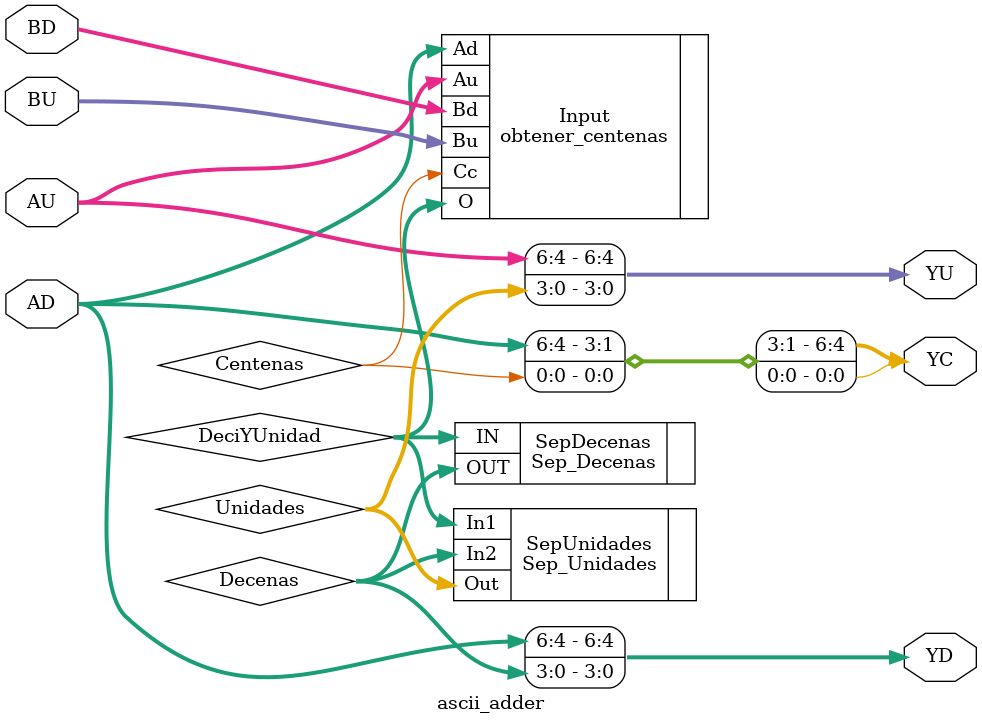
<source format=v>
`timescale 1ns / 1ps

module ascii_adder(
    input [6:0] AD,
    input [6:0] AU,
    input [6:0] BD,
    input [6:0] BU,
    output [6:0] YC,
    output [6:0] YD,
    output [6:0] YU
    );
    
    wire Centenas;
    wire [7:0] DeciYUnidad;
    wire [7:0] Decenas;
    wire [7:0] Unidades; 
    
    obtener_centenas Input(
    .Au(AU),
    .Ad(AD),
    .Bu(BU),
    .Bd(BD),
    .O(DeciYUnidad),
    .Cc(Centenas));
    
    Sep_Decenas SepDecenas (
    .IN(DeciYUnidad),
    .OUT(Decenas));
    
    Sep_Unidades SepUnidades(
    .In1(DeciYUnidad),
    .In2(Decenas),
    .Out(Unidades));
    
    // Obtenemos las centenas en ASCII
    assign YC[6:4] = AD[6:4];
    assign YC[0] = Centenas;
    
    // Obtenemos las decenas en ASCII
    assign YD[6:4] = AD[6:4];
    assign YD[3:0] = Decenas[3:0];
    
    // Obtenemos las unidades en ASCII
    assign YU[6:4] = AU[6:4];
    assign YU[3:0] = Unidades[3:0];
    
endmodule

</source>
